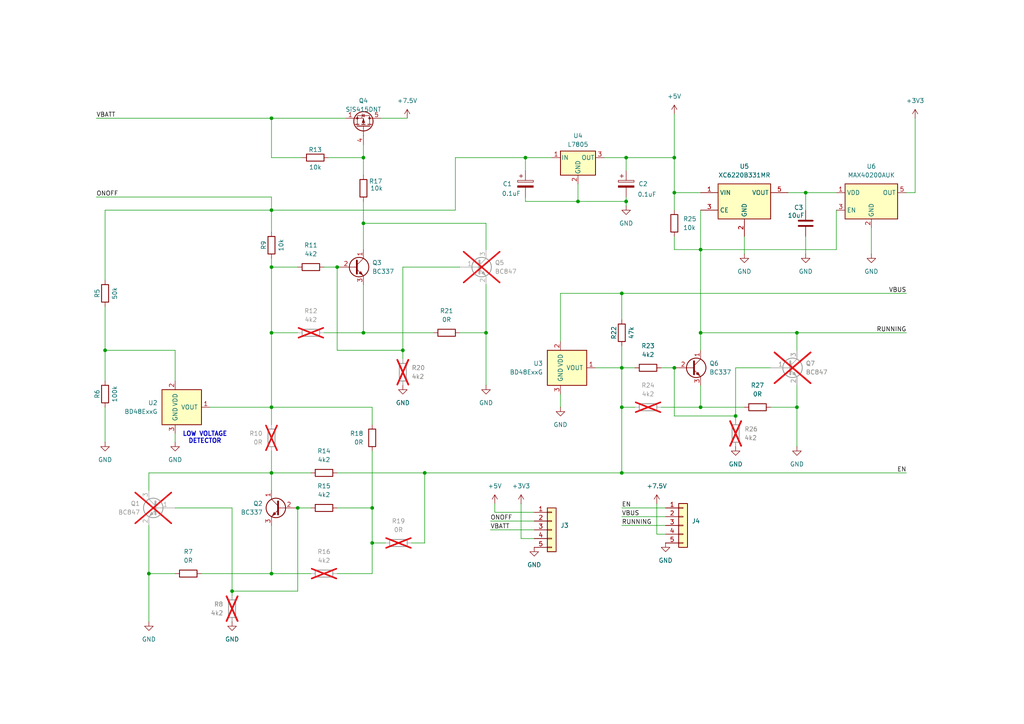
<source format=kicad_sch>
(kicad_sch (version 20241209) (generator "eeschema") (generator_version "9.0")
  (paper "A4")
  (title_block (title "Power Switch Breakout Board"))
  (lib_symbols
    (symbol "Analog_Switch:MAX40200AUK"
      (property "Reference" "U" (at -6.35 6.35 0))
      (property "Value" "MAX40200AUK" (at 7.62 6.35 0))
      (symbol "MAX40200AUK_1_1"
        (rectangle (start -7.62 -5.08) (end 7.62 5.08) (stroke (width 0.254)) (fill (type background)))
        (pin power_in line (at -10.16 2.54 0) (length 2.54) (name "VDD") (number "1"))
        (pin input line (at -10.16 -2.54 0) (length 2.54) (name "EN") (number "3"))
        (pin power_in line (at 0 -7.62 90) (length 2.54) (name "GND") (number "2"))
        (pin no_connect line (at 7.62 -2.54 180) (length 2.54) (hide yes) (name "NC") (number "4"))
        (pin passive line (at 10.16 2.54 180) (length 2.54) (name "OUT") (number "5"))
      )
    )
    (symbol "Connector_Generic:Conn_01x05" (pin_names (offset 1.016) (hide yes))
      (property "Reference" "J" (at 0 7.62 0))
      (property "Value" "Conn_01x05" (at 0 -7.62 0))
      (symbol "Conn_01x05_1_1"
        (rectangle (start -1.27 6.35) (end 1.27 -6.35) (stroke (width 0.254)) (fill (type background)))
        (rectangle (start -1.27 5.207) (end 0 4.953) (stroke (width 0.1524)))
        (rectangle (start -1.27 2.667) (end 0 2.413) (stroke (width 0.1524)))
        (rectangle (start -1.27 0.127) (end 0 -0.127) (stroke (width 0.1524)))
        (rectangle (start -1.27 -2.413) (end 0 -2.667) (stroke (width 0.1524)))
        (rectangle (start -1.27 -4.953) (end 0 -5.207) (stroke (width 0.1524)))
        (pin passive line (at -5.08 5.08 0) (length 3.81) (name "Pin_1") (number "1"))
        (pin passive line (at -5.08 2.54 0) (length 3.81) (name "Pin_2") (number "2"))
        (pin passive line (at -5.08 0 0) (length 3.81) (name "Pin_3") (number "3"))
        (pin passive line (at -5.08 -2.54 0) (length 3.81) (name "Pin_4") (number "4"))
        (pin passive line (at -5.08 -5.08 0) (length 3.81) (name "Pin_5") (number "5"))
      )
    )
    (symbol "Device:C" (pin_numbers (hide yes)) (pin_names (offset 0.254))
      (property "Reference" "C" (at 0.635 2.54 0))
      (property "Value" "C" (at 0.635 -2.54 0))
      (symbol "C_0_1"
        (polyline (pts (xy -2.032 0.762) (xy 2.032 0.762)) (stroke (width 0.508)))
        (polyline (pts (xy -2.032 -0.762) (xy 2.032 -0.762)) (stroke (width 0.508)))
      )
      (symbol "C_1_1"
        (pin passive line (at 0 3.81 270) (length 2.794) (name "~") (number "1"))
        (pin passive line (at 0 -3.81 90) (length 2.794) (name "~") (number "2"))
      )
    )
    (symbol "Device:C_Polarized" (pin_numbers (hide yes)) (pin_names (offset 0.254))
      (property "Reference" "C" (at 0.635 2.54 0))
      (property "Value" "C_Polarized" (at 0.635 -2.54 0))
      (symbol "C_Polarized_0_1"
        (rectangle (start -2.286 0.508) (end 2.286 1.016))
        (polyline (pts (xy -1.778 2.286) (xy -0.762 2.286)))
        (polyline (pts (xy -1.27 2.794) (xy -1.27 1.778)))
        (rectangle (start 2.286 -0.508) (end -2.286 -1.016) (fill (type outline)))
      )
      (symbol "C_Polarized_1_1"
        (pin passive line (at 0 3.81 270) (length 2.794) (name "~") (number "1"))
        (pin passive line (at 0 -3.81 90) (length 2.794) (name "~") (number "2"))
      )
    )
    (symbol "Device:R" (pin_numbers (hide yes)) (pin_names (offset 0))
      (property "Reference" "R" (at 2.032 0 90))
      (property "Value" "R" (at 0 0 90))
      (symbol "R_0_1"
        (rectangle (start -1.016 -2.54) (end 1.016 2.54) (stroke (width 0.254)))
      )
      (symbol "R_1_1"
        (pin passive line (at 0 3.81 270) (length 1.27) (name "~") (number "1"))
        (pin passive line (at 0 -3.81 90) (length 1.27) (name "~") (number "2"))
      )
    )
    (symbol "Power_Management:BD48ExxG" (pin_names (offset 1.016))
      (property "Reference" "U" (at -3.81 6.35 0))
      (property "Value" "BD48ExxG" (at -5.08 0 90))
      (symbol "BD48ExxG_1_1"
        (rectangle (start -3.81 5.08) (end 7.62 -5.08) (stroke (width 0.254)) (fill (type background)))
        (pin power_in line (at 0 7.62 270) (length 2.54) (name "VDD") (number "2"))
        (pin power_in line (at 0 -7.62 90) (length 2.54) (name "GND") (number "3"))
        (pin output line (at 10.16 0 180) (length 2.54) (name "VOUT") (number "1"))
      )
    )
    (symbol "Regulator_Linear:L7805" (pin_names (offset 0.254))
      (property "Reference" "U" (at -3.81 3.175 0))
      (property "Value" "L7805" (at 0 3.175 0))
      (symbol "L7805_0_1"
        (rectangle (start -5.08 1.905) (end 5.08 -5.08) (stroke (width 0.254)) (fill (type background)))
      )
      (symbol "L7805_1_1"
        (pin power_in line (at -7.62 0 0) (length 2.54) (name "IN") (number "1"))
        (pin power_in line (at 0 -7.62 90) (length 2.54) (name "GND") (number "2"))
        (pin power_out line (at 7.62 0 180) (length 2.54) (name "OUT") (number "3"))
      )
    )
    (symbol "Regulator_Linear:XC6220B331MR"
      (property "Reference" "U" (at 0 8.89 0))
      (property "Value" "XC6220B331MR" (at 0 6.35 0))
      (symbol "XC6220B331MR_0_1"
        (rectangle (start -7.62 5.08) (end 7.62 -5.08) (stroke (width 0.254)) (fill (type background)))
      )
      (symbol "XC6220B331MR_1_1"
        (pin power_in line (at -12.7 2.54 0) (length 5.08) (name "VIN") (number "1"))
        (pin input line (at -12.7 -2.54 0) (length 5.08) (name "CE") (number "3"))
        (pin power_in line (at 0 -10.16 90) (length 5.08) (name "GND") (number "2"))
        (pin no_connect line (at 7.62 -2.54 180) (length 5.08) (hide yes) (name "NC") (number "4"))
        (pin power_out line (at 12.7 2.54 180) (length 5.08) (name "VOUT") (number "5"))
      )
    )
    (symbol "Transistor_BJT:BC337" (pin_names (offset 0) (hide yes))
      (property "Reference" "Q" (at 5.08 1.905 0))
      (property "Value" "BC337" (at 5.08 0 0))
      (symbol "BC337_0_1"
        (polyline (pts (xy 0 0) (xy 0.635 0)))
        (polyline (pts (xy 0.635 1.905) (xy 0.635 -1.905) (xy 0.635 -1.905)) (stroke (width 0.508)))
        (polyline (pts (xy 0.635 0.635) (xy 2.54 2.54)))
        (polyline (pts (xy 0.635 -0.635) (xy 2.54 -2.54) (xy 2.54 -2.54)))
        (circle (center 1.27 0) (radius 2.8194) (stroke (width 0.254)))
        (polyline (pts (xy 1.27 -1.778) (xy 1.778 -1.27) (xy 2.286 -2.286) (xy 1.27 -1.778) (xy 1.27 -1.778)) (fill (type outline)))
      )
      (symbol "BC337_1_1"
        (pin input line (at -5.08 0 0) (length 5.08) (name "B") (number "2"))
        (pin passive line (at 2.54 5.08 270) (length 2.54) (name "C") (number "1"))
        (pin passive line (at 2.54 -5.08 90) (length 2.54) (name "E") (number "3"))
      )
    )
    (symbol "Transistor_BJT:BC847" (pin_names (offset 0) (hide yes))
      (property "Reference" "Q" (at 5.08 1.905 0))
      (property "Value" "BC847" (at 5.08 0 0))
      (symbol "BC847_0_1"
        (polyline (pts (xy 0.635 1.905) (xy 0.635 -1.905) (xy 0.635 -1.905)) (stroke (width 0.508)))
        (polyline (pts (xy 0.635 0.635) (xy 2.54 2.54)))
        (polyline (pts (xy 0.635 -0.635) (xy 2.54 -2.54) (xy 2.54 -2.54)))
        (circle (center 1.27 0) (radius 2.8194) (stroke (width 0.254)))
        (polyline (pts (xy 1.27 -1.778) (xy 1.778 -1.27) (xy 2.286 -2.286) (xy 1.27 -1.778) (xy 1.27 -1.778)) (fill (type outline)))
      )
      (symbol "BC847_1_1"
        (pin input line (at -5.08 0 0) (length 5.715) (name "B") (number "1"))
        (pin passive line (at 2.54 5.08 270) (length 2.54) (name "C") (number "3"))
        (pin passive line (at 2.54 -5.08 90) (length 2.54) (name "E") (number "2"))
      )
    )
    (symbol "Transistor_FET:SiS415DNT" (pin_names (hide yes))
      (property "Reference" "Q" (at 5.08 1.905 0))
      (property "Value" "SiS415DNT" (at 5.08 0 0))
      (symbol "SiS415DNT_0_1"
        (polyline (pts (xy 0.254 1.905) (xy 0.254 -1.905)) (stroke (width 0.254)))
        (polyline (pts (xy 0.254 0) (xy -2.54 0)))
        (polyline (pts (xy 0.762 2.286) (xy 0.762 1.27)) (stroke (width 0.254)))
        (polyline (pts (xy 0.762 1.778) (xy 3.302 1.778) (xy 3.302 -1.778) (xy 0.762 -1.778)))
        (polyline (pts (xy 0.762 0.508) (xy 0.762 -0.508)) (stroke (width 0.254)))
        (polyline (pts (xy 0.762 -1.27) (xy 0.762 -2.286)) (stroke (width 0.254)))
        (circle (center 1.651 0) (radius 2.794) (stroke (width 0.254)))
        (polyline (pts (xy 2.286 0) (xy 1.27 0.381) (xy 1.27 -0.381) (xy 2.286 0)) (fill (type outline)))
        (polyline (pts (xy 2.54 2.54) (xy 2.54 1.778)))
        (circle (center 2.54 1.778) (radius 0.254) (fill (type outline)))
        (circle (center 2.54 -1.778) (radius 0.254) (fill (type outline)))
        (polyline (pts (xy 2.54 -2.54) (xy 2.54 0) (xy 0.762 0)))
        (polyline (pts (xy 2.794 -0.508) (xy 2.921 -0.381) (xy 3.683 -0.381) (xy 3.81 -0.254)))
        (polyline (pts (xy 3.302 -0.381) (xy 2.921 0.254) (xy 3.683 0.254) (xy 3.302 -0.381)))
      )
      (symbol "SiS415DNT_1_1"
        (pin passive line (at -5.08 0 0) (length 2.54) (name "G") (number "4"))
        (pin passive line (at 2.54 5.08 270) (length 2.54) (name "D") (number "5"))
        (pin passive line (at 2.54 -5.08 90) (length 2.54) (name "S") (number "1"))
        (pin passive line (at 2.54 -5.08 90) (length 2.54) (hide yes) (name "S") (number "2"))
        (pin passive line (at 2.54 -5.08 90) (length 2.54) (hide yes) (name "S") (number "3"))
      )
    )
    (symbol "power:+3V3" (power) (pin_numbers (hide yes)) (pin_names (offset 0) (hide yes))
      (property "Value" "+3V3" (at 0 3.556 0))
      (symbol "+3V3_0_1"
        (polyline (pts (xy -0.762 1.27) (xy 0 2.54)))
        (polyline (pts (xy 0 2.54) (xy 0.762 1.27)))
        (polyline (pts (xy 0 0) (xy 0 2.54)))
      )
      (symbol "+3V3_1_1"
        (pin power_in line (at 0 0 90) (length 0) (name "~") (number "1"))
      )
    )
    (symbol "power:+5V" (power) (pin_numbers (hide yes)) (pin_names (offset 0) (hide yes))
      (property "Value" "+5V" (at 0 3.556 0))
      (symbol "+5V_0_1"
        (polyline (pts (xy -0.762 1.27) (xy 0 2.54)))
        (polyline (pts (xy 0 2.54) (xy 0.762 1.27)))
        (polyline (pts (xy 0 0) (xy 0 2.54)))
      )
      (symbol "+5V_1_1"
        (pin power_in line (at 0 0 90) (length 0) (name "~") (number "1"))
      )
    )
    (symbol "power:+7.5V" (power) (pin_numbers (hide yes)) (pin_names (offset 0) (hide yes))
      (property "Value" "+7.5V" (at 0 3.556 0))
      (symbol "+7.5V_0_1"
        (polyline (pts (xy -0.762 1.27) (xy 0 2.54)))
        (polyline (pts (xy 0 2.54) (xy 0.762 1.27)))
        (polyline (pts (xy 0 0) (xy 0 2.54)))
      )
      (symbol "+7.5V_1_1"
        (pin power_in line (at 0 0 90) (length 0) (name "~") (number "1"))
      )
    )
    (symbol "power:GND" (power) (pin_numbers (hide yes)) (pin_names (offset 0) (hide yes))
      (property "Value" "GND" (at 0 -3.81 0))
      (symbol "GND_0_1"
        (polyline (pts (xy 0 0) (xy 0 -1.27) (xy 1.27 -1.27) (xy 0 -2.54) (xy -1.27 -1.27) (xy 0 -1.27)))
      )
      (symbol "GND_1_1"
        (pin power_in line (at 0 0 270) (length 0) (name "~") (number "1"))
      )
    )
  )
  (text "LOW VOLTAGE\nDETECTOR" (at 59.436 127 0) (effects (font (size 1.27 1.27) (thickness 0.254) (bold yes))))
  (junction (at 180.34 137.16))
  (junction (at 195.58 45.72))
  (junction (at 152.4 45.72))
  (junction (at 180.34 106.68))
  (junction (at 233.68 55.88))
  (junction (at 105.41 96.52))
  (junction (at 231.14 118.11))
  (junction (at 213.36 120.65))
  (junction (at 203.2 96.52))
  (junction (at 105.41 45.72))
  (junction (at 167.64 58.42))
  (junction (at 116.84 101.6))
  (junction (at 78.74 137.16))
  (junction (at 86.36 147.32))
  (junction (at 203.2 118.11))
  (junction (at 78.74 77.47))
  (junction (at 97.79 77.47))
  (junction (at 231.14 96.52))
  (junction (at 78.74 166.37))
  (junction (at 180.34 85.09))
  (junction (at 78.74 96.52))
  (junction (at 78.74 60.96))
  (junction (at 67.31 171.45))
  (junction (at 181.61 58.42))
  (junction (at 78.74 118.11))
  (junction (at 195.58 106.68))
  (junction (at 203.2 72.39))
  (junction (at 105.41 64.77))
  (junction (at 107.95 147.32))
  (junction (at 140.97 96.52))
  (junction (at 107.95 157.48))
  (junction (at 181.61 45.72))
  (junction (at 30.48 101.6))
  (junction (at 43.18 166.37))
  (junction (at 78.74 34.29))
  (junction (at 195.58 55.88))
  (junction (at 180.34 118.11))
  (junction (at 123.19 137.16))
  (wire (pts (xy 190.5 154.94) (xy 193.04 154.94)))
  (wire (pts (xy 262.89 55.88) (xy 265.43 55.88)))
  (wire (pts (xy 191.77 118.11) (xy 203.2 118.11)))
  (wire (pts (xy 97.79 137.16) (xy 123.19 137.16)))
  (wire (pts (xy 203.2 101.6) (xy 203.2 96.52)))
  (wire (pts (xy 43.18 166.37) (xy 43.18 180.34)))
  (wire (pts (xy 152.4 45.72) (xy 160.02 45.72)))
  (wire (pts (xy 213.36 106.68) (xy 223.52 106.68)))
  (wire (pts (xy 43.18 137.16) (xy 43.18 142.24)))
  (wire (pts (xy 152.4 58.42) (xy 167.64 58.42)))
  (wire (pts (xy 265.43 34.29) (xy 265.43 55.88)))
  (wire (pts (xy 90.17 166.37) (xy 78.74 166.37)))
  (wire (pts (xy 97.79 101.6) (xy 116.84 101.6)))
  (wire (pts (xy 231.14 118.11) (xy 231.14 129.54)))
  (wire (pts (xy 140.97 96.52) (xy 140.97 111.76)))
  (wire (pts (xy 242.57 60.96) (xy 242.57 72.39)))
  (wire (pts (xy 78.74 34.29) (xy 100.33 34.29)))
  (wire (pts (xy 203.2 72.39) (xy 203.2 96.52)))
  (wire (pts (xy 78.74 77.47) (xy 78.74 96.52)))
  (wire (pts (xy 184.15 118.11) (xy 180.34 118.11)))
  (wire (pts (xy 116.84 101.6) (xy 116.84 104.14)))
  (wire (pts (xy 97.79 77.47) (xy 97.79 101.6)))
  (wire (pts (xy 195.58 45.72) (xy 195.58 55.88)))
  (wire (pts (xy 233.68 68.58) (xy 233.68 73.66)))
  (wire (pts (xy 231.14 111.76) (xy 231.14 118.11)))
  (wire (pts (xy 195.58 55.88) (xy 195.58 60.96)))
  (wire (pts (xy 152.4 45.72) (xy 152.4 49.53)))
  (wire (pts (xy 195.58 120.65) (xy 195.58 106.68)))
  (wire (pts (xy 195.58 33.02) (xy 195.58 45.72)))
  (wire (pts (xy 180.34 85.09) (xy 180.34 92.71)))
  (wire (pts (xy 151.13 146.05) (xy 151.13 156.21)))
  (wire (pts (xy 78.74 96.52) (xy 86.36 96.52)))
  (wire (pts (xy 50.8 166.37) (xy 43.18 166.37)))
  (wire (pts (xy 203.2 60.96) (xy 203.2 72.39)))
  (wire (pts (xy 67.31 147.32) (xy 50.8 147.32)))
  (wire (pts (xy 180.34 137.16) (xy 262.89 137.16)))
  (wire (pts (xy 162.56 85.09) (xy 180.34 85.09)))
  (wire (pts (xy 105.41 45.72) (xy 105.41 50.8)))
  (wire (pts (xy 67.31 147.32) (xy 67.31 171.45)))
  (wire (pts (xy 30.48 101.6) (xy 30.48 110.49)))
  (wire (pts (xy 78.74 152.4) (xy 78.74 166.37)))
  (wire (pts (xy 142.24 151.13) (xy 154.94 151.13)))
  (wire (pts (xy 107.95 157.48) (xy 107.95 166.37)))
  (wire (pts (xy 180.34 100.33) (xy 180.34 106.68)))
  (wire (pts (xy 78.74 130.81) (xy 78.74 137.16)))
  (wire (pts (xy 162.56 85.09) (xy 162.56 99.06)))
  (wire (pts (xy 181.61 58.42) (xy 181.61 57.15)))
  (wire (pts (xy 67.31 171.45) (xy 67.31 172.72)))
  (wire (pts (xy 119.38 157.48) (xy 123.19 157.48)))
  (wire (pts (xy 203.2 96.52) (xy 231.14 96.52)))
  (wire (pts (xy 50.8 110.49) (xy 50.8 101.6)))
  (wire (pts (xy 175.26 45.72) (xy 181.61 45.72)))
  (wire (pts (xy 27.94 34.29) (xy 78.74 34.29)))
  (wire (pts (xy 203.2 118.11) (xy 215.9 118.11)))
  (wire (pts (xy 93.98 96.52) (xy 105.41 96.52)))
  (wire (pts (xy 78.74 166.37) (xy 58.42 166.37)))
  (wire (pts (xy 30.48 60.96) (xy 30.48 81.28)))
  (wire (pts (xy 107.95 157.48) (xy 111.76 157.48)))
  (wire (pts (xy 107.95 147.32) (xy 107.95 157.48)))
  (wire (pts (xy 78.74 77.47) (xy 86.36 77.47)))
  (wire (pts (xy 60.96 118.11) (xy 78.74 118.11)))
  (wire (pts (xy 195.58 120.65) (xy 213.36 120.65)))
  (wire (pts (xy 133.35 96.52) (xy 140.97 96.52)))
  (wire (pts (xy 231.14 96.52) (xy 231.14 101.6)))
  (wire (pts (xy 93.98 77.47) (xy 97.79 77.47)))
  (wire (pts (xy 107.95 118.11) (xy 78.74 118.11)))
  (wire (pts (xy 107.95 130.81) (xy 107.95 147.32)))
  (wire (pts (xy 110.49 34.29) (xy 118.11 34.29)))
  (wire (pts (xy 203.2 72.39) (xy 242.57 72.39)))
  (wire (pts (xy 90.17 147.32) (xy 86.36 147.32)))
  (wire (pts (xy 78.74 137.16) (xy 43.18 137.16)))
  (wire (pts (xy 50.8 128.27) (xy 50.8 125.73)))
  (wire (pts (xy 107.95 147.32) (xy 97.79 147.32)))
  (wire (pts (xy 180.34 137.16) (xy 180.34 118.11)))
  (wire (pts (xy 78.74 118.11) (xy 78.74 123.19)))
  (wire (pts (xy 30.48 88.9) (xy 30.48 101.6)))
  (wire (pts (xy 215.9 68.58) (xy 215.9 73.66)))
  (wire (pts (xy 184.15 106.68) (xy 180.34 106.68)))
  (wire (pts (xy 180.34 85.09) (xy 262.89 85.09)))
  (wire (pts (xy 105.41 58.42) (xy 105.41 64.77)))
  (wire (pts (xy 213.36 120.65) (xy 213.36 121.92)))
  (wire (pts (xy 143.51 148.59) (xy 154.94 148.59)))
  (wire (pts (xy 78.74 96.52) (xy 78.74 118.11)))
  (wire (pts (xy 181.61 58.42) (xy 181.61 59.69)))
  (wire (pts (xy 78.74 60.96) (xy 30.48 60.96)))
  (wire (pts (xy 233.68 55.88) (xy 233.68 60.96)))
  (wire (pts (xy 105.41 45.72) (xy 105.41 41.91)))
  (wire (pts (xy 228.6 55.88) (xy 233.68 55.88)))
  (wire (pts (xy 180.34 118.11) (xy 180.34 106.68)))
  (wire (pts (xy 78.74 60.96) (xy 78.74 67.31)))
  (wire (pts (xy 43.18 152.4) (xy 43.18 166.37)))
  (wire (pts (xy 151.13 156.21) (xy 154.94 156.21)))
  (wire (pts (xy 105.41 64.77) (xy 105.41 72.39)))
  (wire (pts (xy 180.34 149.86) (xy 193.04 149.86)))
  (wire (pts (xy 105.41 96.52) (xy 125.73 96.52)))
  (wire (pts (xy 213.36 106.68) (xy 213.36 120.65)))
  (wire (pts (xy 180.34 147.32) (xy 193.04 147.32)))
  (wire (pts (xy 107.95 123.19) (xy 107.95 118.11)))
  (wire (pts (xy 116.84 77.47) (xy 116.84 101.6)))
  (wire (pts (xy 140.97 64.77) (xy 140.97 72.39)))
  (wire (pts (xy 180.34 152.4) (xy 193.04 152.4)))
  (wire (pts (xy 123.19 137.16) (xy 123.19 157.48)))
  (wire (pts (xy 195.58 55.88) (xy 203.2 55.88)))
  (wire (pts (xy 167.64 53.34) (xy 167.64 58.42)))
  (wire (pts (xy 95.25 45.72) (xy 105.41 45.72)))
  (wire (pts (xy 107.95 166.37) (xy 97.79 166.37)))
  (wire (pts (xy 152.4 58.42) (xy 152.4 57.15)))
  (wire (pts (xy 78.74 57.15) (xy 27.94 57.15)))
  (wire (pts (xy 78.74 137.16) (xy 78.74 142.24)))
  (wire (pts (xy 223.52 118.11) (xy 231.14 118.11)))
  (wire (pts (xy 203.2 72.39) (xy 195.58 72.39)))
  (wire (pts (xy 252.73 66.04) (xy 252.73 73.66)))
  (wire (pts (xy 143.51 146.05) (xy 143.51 148.59)))
  (wire (pts (xy 86.36 171.45) (xy 67.31 171.45)))
  (wire (pts (xy 78.74 74.93) (xy 78.74 77.47)))
  (wire (pts (xy 231.14 96.52) (xy 262.89 96.52)))
  (wire (pts (xy 172.72 106.68) (xy 180.34 106.68)))
  (wire (pts (xy 195.58 68.58) (xy 195.58 72.39)))
  (wire (pts (xy 86.36 147.32) (xy 86.36 171.45)))
  (wire (pts (xy 162.56 114.3) (xy 162.56 118.11)))
  (wire (pts (xy 90.17 137.16) (xy 78.74 137.16)))
  (wire (pts (xy 167.64 58.42) (xy 181.61 58.42)))
  (wire (pts (xy 132.08 60.96) (xy 132.08 45.72)))
  (wire (pts (xy 190.5 146.05) (xy 190.5 154.94)))
  (wire (pts (xy 78.74 57.15) (xy 78.74 60.96)))
  (wire (pts (xy 132.08 45.72) (xy 152.4 45.72)))
  (wire (pts (xy 116.84 77.47) (xy 133.35 77.47)))
  (wire (pts (xy 181.61 45.72) (xy 181.61 49.53)))
  (wire (pts (xy 78.74 60.96) (xy 132.08 60.96)))
  (wire (pts (xy 123.19 137.16) (xy 180.34 137.16)))
  (wire (pts (xy 105.41 82.55) (xy 105.41 96.52)))
  (wire (pts (xy 181.61 45.72) (xy 195.58 45.72)))
  (wire (pts (xy 142.24 153.67) (xy 154.94 153.67)))
  (wire (pts (xy 30.48 118.11) (xy 30.48 128.27)))
  (wire (pts (xy 78.74 34.29) (xy 78.74 45.72)))
  (wire (pts (xy 87.63 45.72) (xy 78.74 45.72)))
  (wire (pts (xy 140.97 82.55) (xy 140.97 96.52)))
  (wire (pts (xy 105.41 64.77) (xy 140.97 64.77)))
  (wire (pts (xy 50.8 101.6) (xy 30.48 101.6)))
  (wire (pts (xy 191.77 106.68) (xy 195.58 106.68)))
  (wire (pts (xy 233.68 55.88) (xy 242.57 55.88)))
  (wire (pts (xy 203.2 111.76) (xy 203.2 118.11)))
  (label "RUNNING" (at 180.34 152.4 0))
  (label "ONOFF" (at 142.24 151.13 0))
  (label "RUNNING" (at 262.89 96.52 180))
  (label "EN" (at 262.89 137.16 180))
  (label "VBATT" (at 142.24 153.67 0))
  (label "VBUS" (at 180.34 149.86 0))
  (label "VBATT" (at 27.94 34.29 0))
  (label "VBUS" (at 262.89 85.09 180))
  (label "ONOFF" (at 27.94 57.15 0))
  (label "EN" (at 180.34 147.32 0))
  (symbol (lib_id "Device:R") (at 78.74 127 0) (mirror x) (unit 1) (dnp yes)
    (property "Reference" "R10" (at 76.2 125.7299 0) (effects (justify right)))
    (property "Value" "0R" (at 76.2 128.2699 0) (effects (justify right)))
    (property "Footprint" "Resistor_SMD:R_0805_2012Metric_Pad1.20x1.40mm_HandSolder" (effects (hide yes)))
    (property "Description" "Resistor" (effects (hide yes)))
  )
  (symbol (lib_id "Device:R") (at 93.98 166.37 270) (mirror x) (unit 1) (dnp yes)
    (property "Reference" "R16" (at 93.98 160.02 90))
    (property "Value" "4k2" (at 93.98 162.56 90))
    (property "Footprint" "Resistor_SMD:R_0805_2012Metric_Pad1.20x1.40mm_HandSolder" (effects (hide yes)))
    (property "Description" "Resistor" (effects (hide yes)))
  )
  (symbol (lib_id "Regulator_Linear:L7805") (at 167.64 45.72 0) (unit 1)
    (property "Reference" "U4" (at 167.64 39.37 0))
    (property "Value" "L7805" (at 167.64 41.91 0))
    (property "Footprint" "Package_TO_SOT_SMD:TO-263-2" (effects (hide yes)))
    (property "Datasheet" "http://www.st.com/content/ccc/resource/technical/document/datasheet/41/4f/b3/b0/12/d4/47/88/CD00000444.pdf/files/CD00000444.pdf/jcr:content/translations/en.CD00000444.pdf" (effects (hide yes)))
    (property "Description" "Positive 1.5A 35V Linear Regulator, Fixed Output 5V, TO-220/TO-263/TO-252" (effects (hide yes)))
  )
  (symbol (lib_id "power:GND") (at 50.8 128.27 0) (unit 1)
    (property "Reference" "#PWR011" (effects (hide yes)))
    (property "Value" "GND" (at 50.8 133.35 0))
    (property "Description" "Power symbol creates a global label with name \"GND\" , ground" (effects (hide yes)))
  )
  (symbol (lib_id "power:+7.5V") (at 118.11 34.29 0) (unit 1)
    (property "Reference" "#PWR014" (effects (hide yes)))
    (property "Value" "+7.5V" (at 118.11 29.21 0))
    (property "Description" "Power symbol creates a global label with name \"+7.5V\"" (effects (hide yes)))
  )
  (symbol (lib_id "Transistor_BJT:BC847") (at 138.43 77.47 0) (unit 1) (dnp yes)
    (property "Reference" "Q5" (at 143.51 76.1999 0) (effects (justify left)))
    (property "Value" "BC847" (at 143.51 78.7399 0) (effects (justify left)))
    (property "Footprint" "Package_TO_SOT_SMD:SOT-23" (effects (hide yes)))
    (property "Datasheet" "http://www.infineon.com/dgdl/Infineon-BC847SERIES_BC848SERIES_BC849SERIES_BC850SERIES-DS-v01_01-en.pdf?fileId=db3a304314dca389011541d4630a1657" (effects (hide yes)))
    (property "Description" "0.1A Ic, 45V Vce, NPN Transistor, SOT-23" (effects (hide yes)))
  )
  (symbol (lib_id "power:GND") (at 213.36 129.54 0) (unit 1)
    (property "Reference" "#PWR024" (effects (hide yes)))
    (property "Value" "GND" (at 213.36 134.62 0))
    (property "Description" "Power symbol creates a global label with name \"GND\" , ground" (effects (hide yes)))
  )
  (symbol (lib_id "Device:R") (at 129.54 96.52 270) (unit 1)
    (property "Reference" "R21" (at 129.54 90.17 90))
    (property "Value" "0R" (at 129.54 92.71 90))
    (property "Footprint" "Resistor_SMD:R_0805_2012Metric_Pad1.20x1.40mm_HandSolder" (effects (hide yes)))
    (property "Description" "Resistor" (effects (hide yes)))
  )
  (symbol (lib_id "power:GND") (at 233.68 73.66 0) (unit 1)
    (property "Reference" "#PWR027" (effects (hide yes)))
    (property "Value" "GND" (at 233.68 78.74 0))
    (property "Description" "Power symbol creates a global label with name \"GND\" , ground" (effects (hide yes)))
  )
  (symbol (lib_id "power:GND") (at 252.73 73.66 0) (unit 1)
    (property "Reference" "#PWR028" (effects (hide yes)))
    (property "Value" "GND" (at 252.73 78.74 0))
    (property "Description" "Power symbol creates a global label with name \"GND\" , ground" (effects (hide yes)))
  )
  (symbol (lib_id "Transistor_BJT:BC847") (at 45.72 147.32 0) (mirror y) (unit 1) (dnp yes)
    (property "Reference" "Q1" (at 40.64 146.0499 0) (effects (justify left)))
    (property "Value" "BC847" (at 40.64 148.5899 0) (effects (justify left)))
    (property "Footprint" "Package_TO_SOT_SMD:SOT-23" (effects (hide yes)))
    (property "Datasheet" "http://www.infineon.com/dgdl/Infineon-BC847SERIES_BC848SERIES_BC849SERIES_BC850SERIES-DS-v01_01-en.pdf?fileId=db3a304314dca389011541d4630a1657" (effects (hide yes)))
    (property "Description" "0.1A Ic, 45V Vce, NPN Transistor, SOT-23" (effects (hide yes)))
  )
  (symbol (lib_id "Device:C") (at 233.68 64.77 0) (unit 1)
    (property "Reference" "C3" (at 231.648 60.198 0))
    (property "Value" "10uF" (at 230.886 62.484 0))
    (property "Footprint" "Capacitor_SMD:C_0805_2012Metric_Pad1.18x1.45mm_HandSolder" (effects (hide yes)))
    (property "Description" "Unpolarized capacitor" (effects (hide yes)))
  )
  (symbol (lib_id "Device:R") (at 180.34 96.52 180) (unit 1)
    (property "Reference" "R22" (at 178.054 96.52 90))
    (property "Value" "47k" (at 183.134 96.52 90))
    (property "Footprint" "Resistor_SMD:R_0805_2012Metric_Pad1.20x1.40mm_HandSolder" (effects (hide yes)))
    (property "Description" "Resistor" (effects (hide yes)))
  )
  (symbol (lib_id "power:+7.5V") (at 190.5 146.05 0) (unit 1)
    (property "Reference" "#PWR021" (effects (hide yes)))
    (property "Value" "+7.5V" (at 190.5 140.97 0))
    (property "Description" "Power symbol creates a global label with name \"+7.5V\"" (effects (hide yes)))
  )
  (symbol (lib_id "Device:R") (at 30.48 114.3 180) (unit 1)
    (property "Reference" "R6" (at 28.194 114.3 90))
    (property "Value" "100k" (at 33.274 114.3 90))
    (property "Footprint" "Resistor_SMD:R_0805_2012Metric_Pad1.20x1.40mm_HandSolder" (effects (hide yes)))
    (property "Description" "Resistor" (effects (hide yes)))
  )
  (symbol (lib_id "Device:R") (at 90.17 96.52 90) (unit 1) (dnp yes)
    (property "Reference" "R12" (at 90.17 90.17 90))
    (property "Value" "4k2" (at 90.17 92.71 90))
    (property "Footprint" "Resistor_SMD:R_0805_2012Metric_Pad1.20x1.40mm_HandSolder" (effects (hide yes)))
    (property "Description" "Resistor" (effects (hide yes)))
  )
  (symbol (lib_id "power:GND") (at 181.61 59.69 0) (unit 1)
    (property "Reference" "#PWR020" (effects (hide yes)))
    (property "Value" "GND" (at 181.61 64.77 0))
    (property "Description" "Power symbol creates a global label with name \"GND\" , ground" (effects (hide yes)))
  )
  (symbol (lib_id "power:GND") (at 67.31 180.34 0) (unit 1)
    (property "Reference" "#PWR012" (effects (hide yes)))
    (property "Value" "GND" (at 67.31 185.42 0))
    (property "Description" "Power symbol creates a global label with name \"GND\" , ground" (effects (hide yes)))
  )
  (symbol (lib_id "Device:C_Polarized") (at 181.61 53.34 0) (unit 1)
    (property "Reference" "C2" (at 185.166 53.34 0) (effects (justify left)))
    (property "Value" "0.1uF" (at 184.912 56.388 0) (effects (justify left)))
    (property "Footprint" "Capacitor_SMD:C_0805_2012Metric_Pad1.18x1.45mm_HandSolder" (effects (hide yes)))
    (property "Description" "Polarized capacitor" (effects (hide yes)))
  )
  (symbol (lib_id "Regulator_Linear:XC6220B331MR") (at 215.9 58.42 0) (unit 1)
    (property "Reference" "U5" (at 215.9 48.26 0))
    (property "Value" "XC6220B331MR" (at 215.9 50.8 0))
    (property "Footprint" "Package_TO_SOT_SMD:SOT-23-5" (effects (hide yes)))
    (property "Datasheet" "https://www.torexsemi.com/file/xc6220/XC6220.pdf" (effects (hide yes)))
    (property "Description" "1A, Low Drop-out Voltage Regulator, Fixed Output 3.3V, SOT-23-5" (effects (hide yes)))
  )
  (symbol (lib_id "power:GND") (at 154.94 158.75 0) (unit 1)
    (property "Reference" "#PWR018" (effects (hide yes)))
    (property "Value" "GND" (at 154.94 163.83 0))
    (property "Description" "Power symbol creates a global label with name \"GND\" , ground" (effects (hide yes)))
  )
  (symbol (lib_id "Connector_Generic:Conn_01x05") (at 160.02 153.67 0) (unit 1)
    (property "Reference" "J3" (at 162.56 152.3999 0) (effects (justify left)))
    (property "Value" "Conn_01x05" (effects (hide yes)))
    (property "Footprint" "Connector_PinHeader_2.54mm:PinHeader_1x05_P2.54mm_Vertical_SMD_Pin1Left" (effects (hide yes)))
    (property "Description" "Generic connector, single row, 01x05, script generated (kicad-library-utils/schlib/autogen/connector/)" (effects (hide yes)))
  )
  (symbol (lib_id "Device:R") (at 91.44 45.72 90) (unit 1)
    (property "Reference" "R13" (at 91.44 43.434 90))
    (property "Value" "10k" (at 91.44 48.514 90))
    (property "Footprint" "Resistor_SMD:R_0805_2012Metric_Pad1.20x1.40mm_HandSolder" (effects (hide yes)))
    (property "Description" "Resistor" (effects (hide yes)))
  )
  (symbol (lib_id "Power_Management:BD48ExxG") (at 50.8 118.11 0) (unit 1)
    (property "Reference" "U2" (at 45.72 116.8399 0) (effects (justify right)))
    (property "Value" "BD48ExxG" (at 45.72 119.3799 0) (effects (justify right)))
    (property "Footprint" "Package_TO_SOT_SMD:SOT-23-5" (effects (hide yes)))
    (property "Datasheet" "https://www.rohm.de/datasheet/BD4830FVE/bd48xxg-e" (effects (hide yes)))
    (property "Description" "Standard CMOS Voltage Detector IC, Open Drain Output, SSOP5" (effects (hide yes)))
  )
  (symbol (lib_id "Device:R") (at 93.98 137.16 270) (mirror x) (unit 1)
    (property "Reference" "R14" (at 93.98 130.81 90))
    (property "Value" "4k2" (at 93.98 133.35 90))
    (property "Footprint" "Resistor_SMD:R_0805_2012Metric_Pad1.20x1.40mm_HandSolder" (effects (hide yes)))
    (property "Description" "Resistor" (effects (hide yes)))
  )
  (symbol (lib_id "Device:C_Polarized") (at 152.4 53.34 0) (unit 1)
    (property "Reference" "C1" (at 145.796 53.34 0) (effects (justify left)))
    (property "Value" "0.1uF" (at 145.542 56.134 0) (effects (justify left)))
    (property "Footprint" "Capacitor_SMD:C_0805_2012Metric_Pad1.18x1.45mm_HandSolder" (effects (hide yes)))
    (property "Description" "Polarized capacitor" (effects (hide yes)))
  )
  (symbol (lib_id "power:GND") (at 193.04 157.48 0) (unit 1)
    (property "Reference" "#PWR022" (effects (hide yes)))
    (property "Value" "GND" (at 193.04 162.56 0))
    (property "Description" "Power symbol creates a global label with name \"GND\" , ground" (effects (hide yes)))
  )
  (symbol (lib_id "Device:R") (at 78.74 71.12 180) (unit 1)
    (property "Reference" "R9" (at 76.454 71.12 90))
    (property "Value" "10k" (at 81.534 71.12 90))
    (property "Footprint" "Resistor_SMD:R_0805_2012Metric_Pad1.20x1.40mm_HandSolder" (effects (hide yes)))
    (property "Description" "Resistor" (effects (hide yes)))
  )
  (symbol (lib_id "Device:R") (at 219.71 118.11 270) (unit 1)
    (property "Reference" "R27" (at 219.71 111.76 90))
    (property "Value" "0R" (at 219.71 114.3 90))
    (property "Footprint" "Resistor_SMD:R_0805_2012Metric_Pad1.20x1.40mm_HandSolder" (effects (hide yes)))
    (property "Description" "Resistor" (effects (hide yes)))
  )
  (symbol (lib_id "Device:R") (at 67.31 176.53 0) (mirror x) (unit 1) (dnp yes)
    (property "Reference" "R8" (at 64.77 175.2599 0) (effects (justify right)))
    (property "Value" "4k2" (at 64.77 177.7999 0) (effects (justify right)))
    (property "Footprint" "Resistor_SMD:R_0805_2012Metric_Pad1.20x1.40mm_HandSolder" (effects (hide yes)))
    (property "Description" "Resistor" (effects (hide yes)))
  )
  (symbol (lib_id "Transistor_BJT:BC847") (at 228.6 106.68 0) (unit 1) (dnp yes)
    (property "Reference" "Q7" (at 233.68 105.4099 0) (effects (justify left)))
    (property "Value" "BC847" (at 233.68 107.9499 0) (effects (justify left)))
    (property "Footprint" "Package_TO_SOT_SMD:SOT-23" (effects (hide yes)))
    (property "Datasheet" "http://www.infineon.com/dgdl/Infineon-BC847SERIES_BC848SERIES_BC849SERIES_BC850SERIES-DS-v01_01-en.pdf?fileId=db3a304314dca389011541d4630a1657" (effects (hide yes)))
    (property "Description" "0.1A Ic, 45V Vce, NPN Transistor, SOT-23" (effects (hide yes)))
  )
  (symbol (lib_id "Transistor_BJT:BC337") (at 200.66 106.68 0) (unit 1)
    (property "Reference" "Q6" (at 205.74 105.4099 0) (effects (justify left)))
    (property "Value" "BC337" (at 205.74 107.9499 0) (effects (justify left)))
    (property "Footprint" "Package_TO_SOT_THT:TO-92_Inline" (effects (hide yes)))
    (property "Datasheet" "https://diotec.com/tl_files/diotec/files/pdf/datasheets/bc337.pdf" (effects (hide yes)))
    (property "Description" "0.8A Ic, 45V Vce, NPN Transistor, TO-92" (effects (hide yes)))
  )
  (symbol (lib_id "Device:R") (at 54.61 166.37 90) (mirror x) (unit 1)
    (property "Reference" "R7" (at 54.61 160.02 90))
    (property "Value" "0R" (at 54.61 162.56 90))
    (property "Footprint" "Resistor_SMD:R_0805_2012Metric_Pad1.20x1.40mm_HandSolder" (effects (hide yes)))
    (property "Description" "Resistor" (effects (hide yes)))
  )
  (symbol (lib_id "Device:R") (at 107.95 127 0) (mirror x) (unit 1)
    (property "Reference" "R18" (at 105.41 125.7299 0) (effects (justify right)))
    (property "Value" "0R" (at 105.41 128.2699 0) (effects (justify right)))
    (property "Footprint" "Resistor_SMD:R_0805_2012Metric_Pad1.20x1.40mm_HandSolder" (effects (hide yes)))
    (property "Description" "Resistor" (effects (hide yes)))
  )
  (symbol (lib_id "power:+3V3") (at 265.43 34.29 0) (unit 1)
    (property "Reference" "#PWR029" (effects (hide yes)))
    (property "Value" "+3V3" (at 265.43 29.21 0))
    (property "Description" "Power symbol creates a global label with name \"+3V3\"" (effects (hide yes)))
  )
  (symbol (lib_id "Device:R") (at 90.17 77.47 90) (unit 1)
    (property "Reference" "R11" (at 90.17 71.12 90))
    (property "Value" "4k2" (at 90.17 73.66 90))
    (property "Footprint" "Resistor_SMD:R_0805_2012Metric_Pad1.20x1.40mm_HandSolder" (effects (hide yes)))
    (property "Description" "Resistor" (effects (hide yes)))
  )
  (symbol (lib_id "Device:R") (at 213.36 125.73 180) (unit 1) (dnp yes)
    (property "Reference" "R26" (at 215.9 124.4599 0) (effects (justify right)))
    (property "Value" "4k2" (at 215.9 126.9999 0) (effects (justify right)))
    (property "Footprint" "Resistor_SMD:R_0805_2012Metric_Pad1.20x1.40mm_HandSolder" (effects (hide yes)))
    (property "Description" "Resistor" (effects (hide yes)))
  )
  (symbol (lib_id "Device:R") (at 30.48 85.09 180) (unit 1)
    (property "Reference" "R5" (at 28.194 85.09 90))
    (property "Value" "50k" (at 33.274 85.09 90))
    (property "Footprint" "Resistor_SMD:R_0805_2012Metric_Pad1.20x1.40mm_HandSolder" (effects (hide yes)))
    (property "Description" "Resistor" (effects (hide yes)))
  )
  (symbol (lib_id "Device:R") (at 105.41 54.61 180) (unit 1)
    (property "Reference" "R17" (at 108.966 52.578 0))
    (property "Value" "10k" (at 109.22 54.61 0))
    (property "Footprint" "Resistor_SMD:R_0805_2012Metric_Pad1.20x1.40mm_HandSolder" (effects (hide yes)))
    (property "Description" "Resistor" (effects (hide yes)))
  )
  (symbol (lib_id "power:GND") (at 43.18 180.34 0) (unit 1)
    (property "Reference" "#PWR010" (effects (hide yes)))
    (property "Value" "GND" (at 43.18 185.42 0))
    (property "Description" "Power symbol creates a global label with name \"GND\" , ground" (effects (hide yes)))
  )
  (symbol (lib_id "Transistor_BJT:BC337") (at 81.28 147.32 0) (mirror y) (unit 1)
    (property "Reference" "Q2" (at 76.2 146.0499 0) (effects (justify left)))
    (property "Value" "BC337" (at 76.2 148.5899 0) (effects (justify left)))
    (property "Footprint" "Package_TO_SOT_THT:TO-92_Inline" (effects (hide yes)))
    (property "Datasheet" "https://diotec.com/tl_files/diotec/files/pdf/datasheets/bc337.pdf" (effects (hide yes)))
    (property "Description" "0.8A Ic, 45V Vce, NPN Transistor, TO-92" (effects (hide yes)))
  )
  (symbol (lib_id "power:GND") (at 30.48 128.27 0) (unit 1)
    (property "Reference" "#PWR09" (effects (hide yes)))
    (property "Value" "GND" (at 30.48 133.35 0))
    (property "Description" "Power symbol creates a global label with name \"GND\" , ground" (effects (hide yes)))
  )
  (symbol (lib_id "Device:R") (at 187.96 106.68 90) (unit 1)
    (property "Reference" "R23" (at 187.96 100.33 90))
    (property "Value" "4k2" (at 187.96 102.87 90))
    (property "Footprint" "Resistor_SMD:R_0805_2012Metric_Pad1.20x1.40mm_HandSolder" (effects (hide yes)))
    (property "Description" "Resistor" (effects (hide yes)))
  )
  (symbol (lib_id "Transistor_FET:SiS415DNT") (at 105.41 36.83 270) (mirror x) (unit 1)
    (property "Reference" "Q4" (at 105.41 29.21 90))
    (property "Value" "SiS415DNT" (at 105.41 31.75 90))
    (property "Footprint" "Package_SO:Vishay_PowerPAK_1212-8_Single" (effects (hide yes)))
    (property "Datasheet" "https://www.vishay.com/docs/63684/sis415dnt.pdf" (effects (hide yes)))
    (property "Description" "-35A Id, -20V Vds, P-Channel MOSFET, PowerPAK 1212-8 Single" (effects (hide yes)))
  )
  (symbol (lib_id "Analog_Switch:MAX40200AUK") (at 252.73 58.42 0) (unit 1)
    (property "Reference" "U6" (at 252.73 48.26 0))
    (property "Value" "MAX40200AUK" (at 252.73 50.8 0))
    (property "Footprint" "Package_TO_SOT_SMD:SOT-23-5" (effects (hide yes)))
    (property "Datasheet" "https://datasheets.maximintegrated.com/en/ds/MAX40200.pdf" (effects (hide yes)))
    (property "Description" "Ideal Diode, Ultra-Low Voltage Drop, 1.5-5.5V, 1A, SOT-23-5" (effects (hide yes)))
  )
  (symbol (lib_id "Device:R") (at 93.98 147.32 270) (mirror x) (unit 1)
    (property "Reference" "R15" (at 93.98 140.97 90))
    (property "Value" "4k2" (at 93.98 143.51 90))
    (property "Footprint" "Resistor_SMD:R_0805_2012Metric_Pad1.20x1.40mm_HandSolder" (effects (hide yes)))
    (property "Description" "Resistor" (effects (hide yes)))
  )
  (symbol (lib_id "power:GND") (at 215.9 73.66 0) (unit 1)
    (property "Reference" "#PWR025" (effects (hide yes)))
    (property "Value" "GND" (at 215.9 78.74 0))
    (property "Description" "Power symbol creates a global label with name \"GND\" , ground" (effects (hide yes)))
  )
  (symbol (lib_id "Device:R") (at 116.84 107.95 180) (unit 1) (dnp yes)
    (property "Reference" "R20" (at 119.38 106.6799 0) (effects (justify right)))
    (property "Value" "4k2" (at 119.38 109.2199 0) (effects (justify right)))
    (property "Footprint" "Resistor_SMD:R_0805_2012Metric_Pad1.20x1.40mm_HandSolder" (effects (hide yes)))
    (property "Description" "Resistor" (effects (hide yes)))
  )
  (symbol (lib_id "Device:R") (at 195.58 64.77 180) (unit 1)
    (property "Reference" "R25" (at 198.12 63.4999 0) (effects (justify right)))
    (property "Value" "10k" (at 198.12 66.0399 0) (effects (justify right)))
    (property "Footprint" "Resistor_SMD:R_0805_2012Metric_Pad1.20x1.40mm_HandSolder" (effects (hide yes)))
    (property "Description" "Resistor" (effects (hide yes)))
  )
  (symbol (lib_id "power:GND") (at 140.97 111.76 0) (unit 1)
    (property "Reference" "#PWR015" (effects (hide yes)))
    (property "Value" "GND" (at 140.97 116.84 0))
    (property "Description" "Power symbol creates a global label with name \"GND\" , ground" (effects (hide yes)))
  )
  (symbol (lib_id "power:GND") (at 162.56 118.11 0) (unit 1)
    (property "Reference" "#PWR019" (effects (hide yes)))
    (property "Value" "GND" (at 162.56 123.19 0))
    (property "Description" "Power symbol creates a global label with name \"GND\" , ground" (effects (hide yes)))
  )
  (symbol (lib_id "power:GND") (at 231.14 129.54 0) (unit 1)
    (property "Reference" "#PWR026" (effects (hide yes)))
    (property "Value" "GND" (at 231.14 134.62 0))
    (property "Description" "Power symbol creates a global label with name \"GND\" , ground" (effects (hide yes)))
  )
  (symbol (lib_id "power:+5V") (at 143.51 146.05 0) (unit 1)
    (property "Reference" "#PWR016" (effects (hide yes)))
    (property "Value" "+5V" (at 143.51 140.97 0))
    (property "Description" "Power symbol creates a global label with name \"+5V\"" (effects (hide yes)))
  )
  (symbol (lib_id "Device:R") (at 115.57 157.48 270) (mirror x) (unit 1) (dnp yes)
    (property "Reference" "R19" (at 115.57 151.13 90))
    (property "Value" "0R" (at 115.57 153.67 90))
    (property "Footprint" "Resistor_SMD:R_0805_2012Metric_Pad1.20x1.40mm_HandSolder" (effects (hide yes)))
    (property "Description" "Resistor" (effects (hide yes)))
  )
  (symbol (lib_id "Connector_Generic:Conn_01x05") (at 198.12 152.4 0) (unit 1)
    (property "Reference" "J4" (at 200.66 151.1299 0) (effects (justify left)))
    (property "Value" "Conn_01x05" (effects (hide yes)))
    (property "Footprint" "Connector_PinHeader_2.54mm:PinHeader_1x05_P2.54mm_Vertical_SMD_Pin1Left" (effects (hide yes)))
    (property "Description" "Generic connector, single row, 01x05, script generated (kicad-library-utils/schlib/autogen/connector/)" (effects (hide yes)))
  )
  (symbol (lib_id "power:GND") (at 116.84 111.76 0) (unit 1)
    (property "Reference" "#PWR013" (effects (hide yes)))
    (property "Value" "GND" (at 116.84 116.84 0))
    (property "Description" "Power symbol creates a global label with name \"GND\" , ground" (effects (hide yes)))
  )
  (symbol (lib_id "Power_Management:BD48ExxG") (at 162.56 106.68 0) (unit 1)
    (property "Reference" "U3" (at 157.48 105.4099 0) (effects (justify right)))
    (property "Value" "BD48ExxG" (at 157.48 107.9499 0) (effects (justify right)))
    (property "Footprint" "Package_TO_SOT_SMD:SOT-23-5" (effects (hide yes)))
    (property "Datasheet" "https://www.rohm.de/datasheet/BD4830FVE/bd48xxg-e" (effects (hide yes)))
    (property "Description" "Standard CMOS Voltage Detector IC, Open Drain Output, SSOP5" (effects (hide yes)))
  )
  (symbol (lib_id "Device:R") (at 187.96 118.11 90) (unit 1) (dnp yes)
    (property "Reference" "R24" (at 187.96 111.76 90))
    (property "Value" "4k2" (at 187.96 114.3 90))
    (property "Footprint" "Resistor_SMD:R_0805_2012Metric_Pad1.20x1.40mm_HandSolder" (effects (hide yes)))
    (property "Description" "Resistor" (effects (hide yes)))
  )
  (symbol (lib_id "Transistor_BJT:BC337") (at 102.87 77.47 0) (unit 1)
    (property "Reference" "Q3" (at 107.95 76.1999 0) (effects (justify left)))
    (property "Value" "BC337" (at 107.95 78.7399 0) (effects (justify left)))
    (property "Footprint" "Package_TO_SOT_THT:TO-92_Inline" (effects (hide yes)))
    (property "Datasheet" "https://diotec.com/tl_files/diotec/files/pdf/datasheets/bc337.pdf" (effects (hide yes)))
    (property "Description" "0.8A Ic, 45V Vce, NPN Transistor, TO-92" (effects (hide yes)))
  )
  (symbol (lib_id "power:+3V3") (at 151.13 146.05 0) (unit 1)
    (property "Reference" "#PWR017" (effects (hide yes)))
    (property "Value" "+3V3" (at 151.13 140.97 0))
    (property "Description" "Power symbol creates a global label with name \"+3V3\"" (effects (hide yes)))
  )
  (symbol (lib_id "power:+5V") (at 195.58 33.02 0) (unit 1)
    (property "Reference" "#PWR023" (effects (hide yes)))
    (property "Value" "+5V" (at 195.58 27.94 0))
    (property "Description" "Power symbol creates a global label with name \"+5V\"" (effects (hide yes)))
  )
)
</source>
